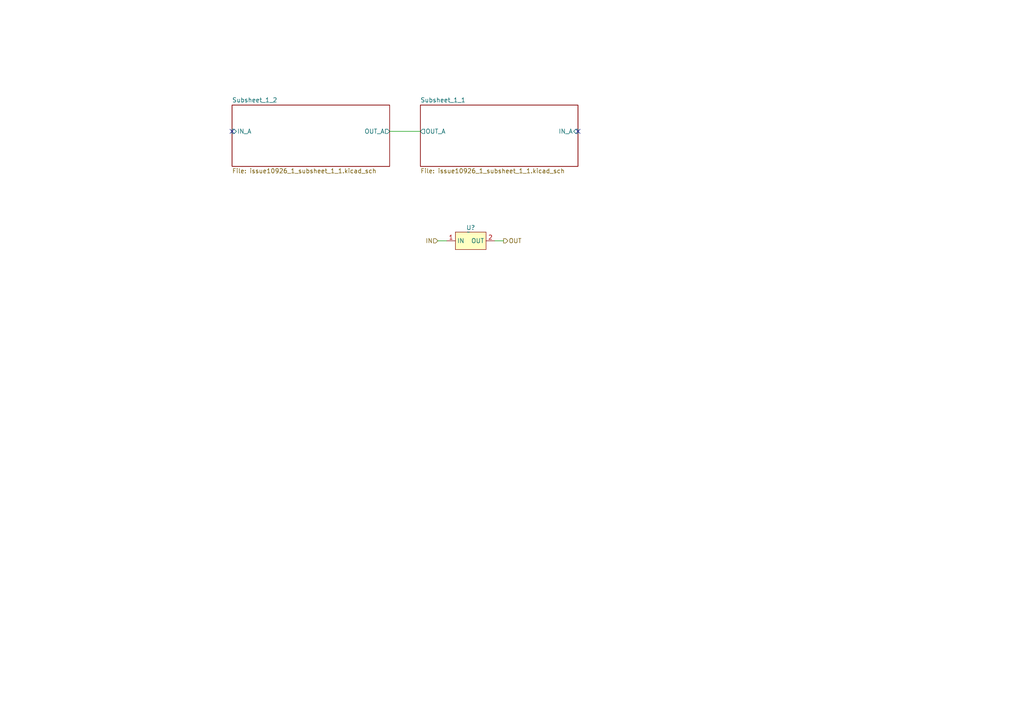
<source format=kicad_sch>
(kicad_sch (version 20221206) (generator eeschema)
  (paper "A4")
  (lib_symbols
    (symbol "Test-Library:TEST"
      (property "Reference" "U" (at 0 1.27 0))
      (symbol "TEST_0_1"
        (rectangle (start -3.81 0) (end 5.08 -5.08) (fill (type background)))
      )
      (symbol "TEST_1_1"
        (pin input line (at -6.35 -2.54 0) (length 2.54) (name "IN") (number "1"))
        (pin output line (at 7.62 -2.54 180) (length 2.54) (name "OUT") (number "2"))
      )
    )
  )
  (no_connect (at 67.31 38.1))
  (no_connect (at 167.64 38.1))
  (wire (pts (xy 143.51 69.85) (xy 146.05 69.85)))
  (wire (pts (xy 113.03 38.1) (xy 121.92 38.1)))
  (wire (pts (xy 127 69.85) (xy 129.54 69.85)))
  (hierarchical_label "OUT" (shape output) (at 146.05 69.85 0))
  (hierarchical_label "IN" (shape input) (at 127 69.85 180))
  (symbol (lib_id "Test-Library:TEST") (at 135.89 67.31 0) (unit 1)
    (property "Reference" "U?" (at 136.525 66.04 0))
    (property "Value" "~" (at 135.89 67.31 0))
    (instances (project "issue10926_1" (path "" (reference "U?") (unit 1)) (path "" (reference "U3") (unit 1)) (path "" (reference "U2") (unit 1))))
  )
  (sheet (at 121.92 30.48) (size 45.72 17.78) (stroke (width 0.1524))
    (property "Sheetname" "Subsheet_1_1" (at 121.92 29.7684 0) (effects (justify left bottom)))
    (property "Sheetfile" "issue10926_1_subsheet_1_1.kicad_sch" (at 121.92 48.8446 0) (effects (justify left top)))
    (pin "OUT_A" output (at 121.92 38.1 180))
    (pin "IN_A" input (at 167.64 38.1 0))
  )
  (sheet (at 67.31 30.48) (size 45.72 17.78) (stroke (width 0.1524))
    (property "Sheetname" "Subsheet_1_2" (at 67.31 29.7684 0) (effects (justify left bottom)))
    (property "Sheetfile" "issue10926_1_subsheet_1_1.kicad_sch" (at 67.31 48.8446 0) (effects (justify left top)))
    (pin "OUT_A" output (at 113.03 38.1 0))
    (pin "IN_A" input (at 67.31 38.1 180))
  )
)
</source>
